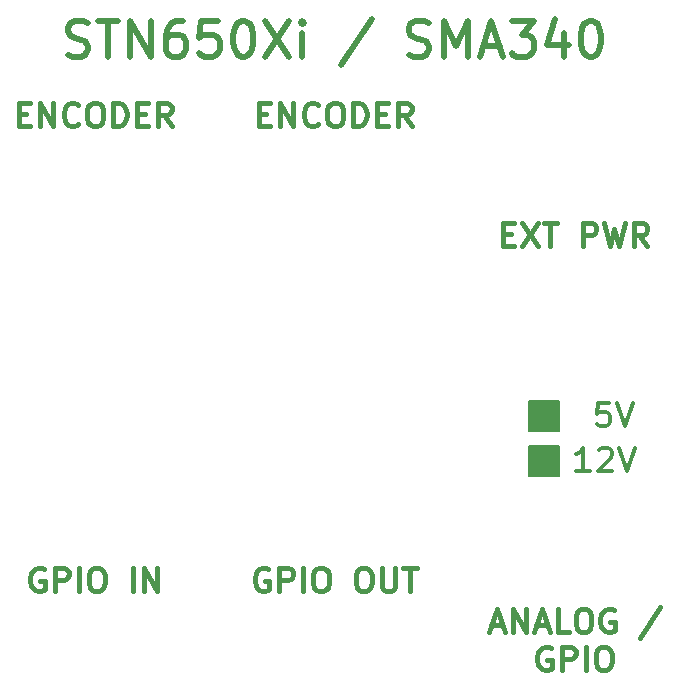
<source format=gto>
G04 #@! TF.GenerationSoftware,KiCad,Pcbnew,(6.0.9-0)*
G04 #@! TF.CreationDate,2023-02-07T08:37:18+01:00*
G04 #@! TF.ProjectId,fp_SDN650Xi_SMA340,66705f53-444e-4363-9530-58695f534d41,A*
G04 #@! TF.SameCoordinates,Original*
G04 #@! TF.FileFunction,Legend,Top*
G04 #@! TF.FilePolarity,Positive*
%FSLAX46Y46*%
G04 Gerber Fmt 4.6, Leading zero omitted, Abs format (unit mm)*
G04 Created by KiCad (PCBNEW (6.0.9-0)) date 2023-02-07 08:37:18*
%MOMM*%
%LPD*%
G01*
G04 APERTURE LIST*
%ADD10C,0.150000*%
%ADD11C,0.300000*%
%ADD12C,0.400000*%
%ADD13C,0.500000*%
%ADD14C,5.600000*%
%ADD15C,5.000000*%
G04 APERTURE END LIST*
D10*
X107950000Y-79235000D02*
X110490000Y-79235000D01*
X110490000Y-79235000D02*
X110490000Y-81775000D01*
X110490000Y-81775000D02*
X107950000Y-81775000D01*
X107950000Y-81775000D02*
X107950000Y-79235000D01*
G36*
X107950000Y-79235000D02*
G01*
X110490000Y-79235000D01*
X110490000Y-81775000D01*
X107950000Y-81775000D01*
X107950000Y-79235000D01*
G37*
X107950000Y-83045000D02*
X110490000Y-83045000D01*
X110490000Y-83045000D02*
X110490000Y-85585000D01*
X110490000Y-85585000D02*
X107950000Y-85585000D01*
X107950000Y-85585000D02*
X107950000Y-83045000D01*
G36*
X107950000Y-83045000D02*
G01*
X110490000Y-83045000D01*
X110490000Y-85585000D01*
X107950000Y-85585000D01*
X107950000Y-83045000D01*
G37*
D11*
X114680952Y-79409761D02*
X113728571Y-79409761D01*
X113633333Y-80362142D01*
X113728571Y-80266904D01*
X113919047Y-80171666D01*
X114395238Y-80171666D01*
X114585714Y-80266904D01*
X114680952Y-80362142D01*
X114776190Y-80552619D01*
X114776190Y-81028809D01*
X114680952Y-81219285D01*
X114585714Y-81314523D01*
X114395238Y-81409761D01*
X113919047Y-81409761D01*
X113728571Y-81314523D01*
X113633333Y-81219285D01*
X115347619Y-79409761D02*
X116014285Y-81409761D01*
X116680952Y-79409761D01*
D12*
X105712380Y-65122142D02*
X106379047Y-65122142D01*
X106664761Y-66169761D02*
X105712380Y-66169761D01*
X105712380Y-64169761D01*
X106664761Y-64169761D01*
X107331428Y-64169761D02*
X108664761Y-66169761D01*
X108664761Y-64169761D02*
X107331428Y-66169761D01*
X109140952Y-64169761D02*
X110283809Y-64169761D01*
X109712380Y-66169761D02*
X109712380Y-64169761D01*
X112474285Y-66169761D02*
X112474285Y-64169761D01*
X113236190Y-64169761D01*
X113426666Y-64265000D01*
X113521904Y-64360238D01*
X113617142Y-64550714D01*
X113617142Y-64836428D01*
X113521904Y-65026904D01*
X113426666Y-65122142D01*
X113236190Y-65217380D01*
X112474285Y-65217380D01*
X114283809Y-64169761D02*
X114760000Y-66169761D01*
X115140952Y-64741190D01*
X115521904Y-66169761D01*
X115998095Y-64169761D01*
X117902857Y-66169761D02*
X117236190Y-65217380D01*
X116760000Y-66169761D02*
X116760000Y-64169761D01*
X117521904Y-64169761D01*
X117712380Y-64265000D01*
X117807619Y-64360238D01*
X117902857Y-64550714D01*
X117902857Y-64836428D01*
X117807619Y-65026904D01*
X117712380Y-65122142D01*
X117521904Y-65217380D01*
X116760000Y-65217380D01*
X85820952Y-93475000D02*
X85630476Y-93379761D01*
X85344761Y-93379761D01*
X85059047Y-93475000D01*
X84868571Y-93665476D01*
X84773333Y-93855952D01*
X84678095Y-94236904D01*
X84678095Y-94522619D01*
X84773333Y-94903571D01*
X84868571Y-95094047D01*
X85059047Y-95284523D01*
X85344761Y-95379761D01*
X85535238Y-95379761D01*
X85820952Y-95284523D01*
X85916190Y-95189285D01*
X85916190Y-94522619D01*
X85535238Y-94522619D01*
X86773333Y-95379761D02*
X86773333Y-93379761D01*
X87535238Y-93379761D01*
X87725714Y-93475000D01*
X87820952Y-93570238D01*
X87916190Y-93760714D01*
X87916190Y-94046428D01*
X87820952Y-94236904D01*
X87725714Y-94332142D01*
X87535238Y-94427380D01*
X86773333Y-94427380D01*
X88773333Y-95379761D02*
X88773333Y-93379761D01*
X90106666Y-93379761D02*
X90487619Y-93379761D01*
X90678095Y-93475000D01*
X90868571Y-93665476D01*
X90963809Y-94046428D01*
X90963809Y-94713095D01*
X90868571Y-95094047D01*
X90678095Y-95284523D01*
X90487619Y-95379761D01*
X90106666Y-95379761D01*
X89916190Y-95284523D01*
X89725714Y-95094047D01*
X89630476Y-94713095D01*
X89630476Y-94046428D01*
X89725714Y-93665476D01*
X89916190Y-93475000D01*
X90106666Y-93379761D01*
X93725714Y-93379761D02*
X94106666Y-93379761D01*
X94297142Y-93475000D01*
X94487619Y-93665476D01*
X94582857Y-94046428D01*
X94582857Y-94713095D01*
X94487619Y-95094047D01*
X94297142Y-95284523D01*
X94106666Y-95379761D01*
X93725714Y-95379761D01*
X93535238Y-95284523D01*
X93344761Y-95094047D01*
X93249523Y-94713095D01*
X93249523Y-94046428D01*
X93344761Y-93665476D01*
X93535238Y-93475000D01*
X93725714Y-93379761D01*
X95440000Y-93379761D02*
X95440000Y-94998809D01*
X95535238Y-95189285D01*
X95630476Y-95284523D01*
X95820952Y-95379761D01*
X96201904Y-95379761D01*
X96392380Y-95284523D01*
X96487619Y-95189285D01*
X96582857Y-94998809D01*
X96582857Y-93379761D01*
X97249523Y-93379761D02*
X98392380Y-93379761D01*
X97820952Y-95379761D02*
X97820952Y-93379761D01*
X104712380Y-98278333D02*
X105664761Y-98278333D01*
X104521904Y-98849761D02*
X105188571Y-96849761D01*
X105855238Y-98849761D01*
X106521904Y-98849761D02*
X106521904Y-96849761D01*
X107664761Y-98849761D01*
X107664761Y-96849761D01*
X108521904Y-98278333D02*
X109474285Y-98278333D01*
X108331428Y-98849761D02*
X108998095Y-96849761D01*
X109664761Y-98849761D01*
X111283809Y-98849761D02*
X110331428Y-98849761D01*
X110331428Y-96849761D01*
X112331428Y-96849761D02*
X112712380Y-96849761D01*
X112902857Y-96945000D01*
X113093333Y-97135476D01*
X113188571Y-97516428D01*
X113188571Y-98183095D01*
X113093333Y-98564047D01*
X112902857Y-98754523D01*
X112712380Y-98849761D01*
X112331428Y-98849761D01*
X112140952Y-98754523D01*
X111950476Y-98564047D01*
X111855238Y-98183095D01*
X111855238Y-97516428D01*
X111950476Y-97135476D01*
X112140952Y-96945000D01*
X112331428Y-96849761D01*
X115093333Y-96945000D02*
X114902857Y-96849761D01*
X114617142Y-96849761D01*
X114331428Y-96945000D01*
X114140952Y-97135476D01*
X114045714Y-97325952D01*
X113950476Y-97706904D01*
X113950476Y-97992619D01*
X114045714Y-98373571D01*
X114140952Y-98564047D01*
X114331428Y-98754523D01*
X114617142Y-98849761D01*
X114807619Y-98849761D01*
X115093333Y-98754523D01*
X115188571Y-98659285D01*
X115188571Y-97992619D01*
X114807619Y-97992619D01*
X118998095Y-96754523D02*
X117283809Y-99325952D01*
X109760000Y-100165000D02*
X109569523Y-100069761D01*
X109283809Y-100069761D01*
X108998095Y-100165000D01*
X108807619Y-100355476D01*
X108712380Y-100545952D01*
X108617142Y-100926904D01*
X108617142Y-101212619D01*
X108712380Y-101593571D01*
X108807619Y-101784047D01*
X108998095Y-101974523D01*
X109283809Y-102069761D01*
X109474285Y-102069761D01*
X109760000Y-101974523D01*
X109855238Y-101879285D01*
X109855238Y-101212619D01*
X109474285Y-101212619D01*
X110712380Y-102069761D02*
X110712380Y-100069761D01*
X111474285Y-100069761D01*
X111664761Y-100165000D01*
X111760000Y-100260238D01*
X111855238Y-100450714D01*
X111855238Y-100736428D01*
X111760000Y-100926904D01*
X111664761Y-101022142D01*
X111474285Y-101117380D01*
X110712380Y-101117380D01*
X112712380Y-102069761D02*
X112712380Y-100069761D01*
X114045714Y-100069761D02*
X114426666Y-100069761D01*
X114617142Y-100165000D01*
X114807619Y-100355476D01*
X114902857Y-100736428D01*
X114902857Y-101403095D01*
X114807619Y-101784047D01*
X114617142Y-101974523D01*
X114426666Y-102069761D01*
X114045714Y-102069761D01*
X113855238Y-101974523D01*
X113664761Y-101784047D01*
X113569523Y-101403095D01*
X113569523Y-100736428D01*
X113664761Y-100355476D01*
X113855238Y-100165000D01*
X114045714Y-100069761D01*
D13*
X68868571Y-49969285D02*
X69297142Y-50112142D01*
X70011428Y-50112142D01*
X70297142Y-49969285D01*
X70440000Y-49826428D01*
X70582857Y-49540714D01*
X70582857Y-49255000D01*
X70440000Y-48969285D01*
X70297142Y-48826428D01*
X70011428Y-48683571D01*
X69440000Y-48540714D01*
X69154285Y-48397857D01*
X69011428Y-48255000D01*
X68868571Y-47969285D01*
X68868571Y-47683571D01*
X69011428Y-47397857D01*
X69154285Y-47255000D01*
X69440000Y-47112142D01*
X70154285Y-47112142D01*
X70582857Y-47255000D01*
X71440000Y-47112142D02*
X73154285Y-47112142D01*
X72297142Y-50112142D02*
X72297142Y-47112142D01*
X74154285Y-50112142D02*
X74154285Y-47112142D01*
X75868571Y-50112142D01*
X75868571Y-47112142D01*
X78582857Y-47112142D02*
X78011428Y-47112142D01*
X77725714Y-47255000D01*
X77582857Y-47397857D01*
X77297142Y-47826428D01*
X77154285Y-48397857D01*
X77154285Y-49540714D01*
X77297142Y-49826428D01*
X77439999Y-49969285D01*
X77725714Y-50112142D01*
X78297142Y-50112142D01*
X78582857Y-49969285D01*
X78725714Y-49826428D01*
X78868571Y-49540714D01*
X78868571Y-48826428D01*
X78725714Y-48540714D01*
X78582857Y-48397857D01*
X78297142Y-48255000D01*
X77725714Y-48255000D01*
X77439999Y-48397857D01*
X77297142Y-48540714D01*
X77154285Y-48826428D01*
X81582857Y-47112142D02*
X80154285Y-47112142D01*
X80011428Y-48540714D01*
X80154285Y-48397857D01*
X80439999Y-48255000D01*
X81154285Y-48255000D01*
X81439999Y-48397857D01*
X81582857Y-48540714D01*
X81725714Y-48826428D01*
X81725714Y-49540714D01*
X81582857Y-49826428D01*
X81439999Y-49969285D01*
X81154285Y-50112142D01*
X80439999Y-50112142D01*
X80154285Y-49969285D01*
X80011428Y-49826428D01*
X83582857Y-47112142D02*
X83868571Y-47112142D01*
X84154285Y-47255000D01*
X84297142Y-47397857D01*
X84439999Y-47683571D01*
X84582857Y-48255000D01*
X84582857Y-48969285D01*
X84439999Y-49540714D01*
X84297142Y-49826428D01*
X84154285Y-49969285D01*
X83868571Y-50112142D01*
X83582857Y-50112142D01*
X83297142Y-49969285D01*
X83154285Y-49826428D01*
X83011428Y-49540714D01*
X82868571Y-48969285D01*
X82868571Y-48255000D01*
X83011428Y-47683571D01*
X83154285Y-47397857D01*
X83297142Y-47255000D01*
X83582857Y-47112142D01*
X85582857Y-47112142D02*
X87582857Y-50112142D01*
X87582857Y-47112142D02*
X85582857Y-50112142D01*
X88725714Y-50112142D02*
X88725714Y-48112142D01*
X88725714Y-47112142D02*
X88582857Y-47255000D01*
X88725714Y-47397857D01*
X88868571Y-47255000D01*
X88725714Y-47112142D01*
X88725714Y-47397857D01*
X94582857Y-46969285D02*
X92011428Y-50826428D01*
X97725714Y-49969285D02*
X98154285Y-50112142D01*
X98868571Y-50112142D01*
X99154285Y-49969285D01*
X99297142Y-49826428D01*
X99439999Y-49540714D01*
X99439999Y-49255000D01*
X99297142Y-48969285D01*
X99154285Y-48826428D01*
X98868571Y-48683571D01*
X98297142Y-48540714D01*
X98011428Y-48397857D01*
X97868571Y-48255000D01*
X97725714Y-47969285D01*
X97725714Y-47683571D01*
X97868571Y-47397857D01*
X98011428Y-47255000D01*
X98297142Y-47112142D01*
X99011428Y-47112142D01*
X99439999Y-47255000D01*
X100725714Y-50112142D02*
X100725714Y-47112142D01*
X101725714Y-49255000D01*
X102725714Y-47112142D01*
X102725714Y-50112142D01*
X104011428Y-49255000D02*
X105439999Y-49255000D01*
X103725714Y-50112142D02*
X104725714Y-47112142D01*
X105725714Y-50112142D01*
X106439999Y-47112142D02*
X108297142Y-47112142D01*
X107297142Y-48255000D01*
X107725714Y-48255000D01*
X108011428Y-48397857D01*
X108154285Y-48540714D01*
X108297142Y-48826428D01*
X108297142Y-49540714D01*
X108154285Y-49826428D01*
X108011428Y-49969285D01*
X107725714Y-50112142D01*
X106868571Y-50112142D01*
X106582857Y-49969285D01*
X106439999Y-49826428D01*
X110868571Y-48112142D02*
X110868571Y-50112142D01*
X110154285Y-46969285D02*
X109440000Y-49112142D01*
X111297142Y-49112142D01*
X113011428Y-47112142D02*
X113297142Y-47112142D01*
X113582857Y-47255000D01*
X113725714Y-47397857D01*
X113868571Y-47683571D01*
X114011428Y-48255000D01*
X114011428Y-48969285D01*
X113868571Y-49540714D01*
X113725714Y-49826428D01*
X113582857Y-49969285D01*
X113297142Y-50112142D01*
X113011428Y-50112142D01*
X112725714Y-49969285D01*
X112582857Y-49826428D01*
X112440000Y-49540714D01*
X112297142Y-48969285D01*
X112297142Y-48255000D01*
X112440000Y-47683571D01*
X112582857Y-47397857D01*
X112725714Y-47255000D01*
X113011428Y-47112142D01*
D12*
X85011428Y-54962142D02*
X85678095Y-54962142D01*
X85963809Y-56009761D02*
X85011428Y-56009761D01*
X85011428Y-54009761D01*
X85963809Y-54009761D01*
X86820952Y-56009761D02*
X86820952Y-54009761D01*
X87963809Y-56009761D01*
X87963809Y-54009761D01*
X90059047Y-55819285D02*
X89963809Y-55914523D01*
X89678095Y-56009761D01*
X89487619Y-56009761D01*
X89201904Y-55914523D01*
X89011428Y-55724047D01*
X88916190Y-55533571D01*
X88820952Y-55152619D01*
X88820952Y-54866904D01*
X88916190Y-54485952D01*
X89011428Y-54295476D01*
X89201904Y-54105000D01*
X89487619Y-54009761D01*
X89678095Y-54009761D01*
X89963809Y-54105000D01*
X90059047Y-54200238D01*
X91297142Y-54009761D02*
X91678095Y-54009761D01*
X91868571Y-54105000D01*
X92059047Y-54295476D01*
X92154285Y-54676428D01*
X92154285Y-55343095D01*
X92059047Y-55724047D01*
X91868571Y-55914523D01*
X91678095Y-56009761D01*
X91297142Y-56009761D01*
X91106666Y-55914523D01*
X90916190Y-55724047D01*
X90820952Y-55343095D01*
X90820952Y-54676428D01*
X90916190Y-54295476D01*
X91106666Y-54105000D01*
X91297142Y-54009761D01*
X93011428Y-56009761D02*
X93011428Y-54009761D01*
X93487619Y-54009761D01*
X93773333Y-54105000D01*
X93963809Y-54295476D01*
X94059047Y-54485952D01*
X94154285Y-54866904D01*
X94154285Y-55152619D01*
X94059047Y-55533571D01*
X93963809Y-55724047D01*
X93773333Y-55914523D01*
X93487619Y-56009761D01*
X93011428Y-56009761D01*
X95011428Y-54962142D02*
X95678095Y-54962142D01*
X95963809Y-56009761D02*
X95011428Y-56009761D01*
X95011428Y-54009761D01*
X95963809Y-54009761D01*
X97963809Y-56009761D02*
X97297142Y-55057380D01*
X96820952Y-56009761D02*
X96820952Y-54009761D01*
X97582857Y-54009761D01*
X97773333Y-54105000D01*
X97868571Y-54200238D01*
X97963809Y-54390714D01*
X97963809Y-54676428D01*
X97868571Y-54866904D01*
X97773333Y-54962142D01*
X97582857Y-55057380D01*
X96820952Y-55057380D01*
X66834285Y-93475000D02*
X66643809Y-93379761D01*
X66358095Y-93379761D01*
X66072380Y-93475000D01*
X65881904Y-93665476D01*
X65786666Y-93855952D01*
X65691428Y-94236904D01*
X65691428Y-94522619D01*
X65786666Y-94903571D01*
X65881904Y-95094047D01*
X66072380Y-95284523D01*
X66358095Y-95379761D01*
X66548571Y-95379761D01*
X66834285Y-95284523D01*
X66929523Y-95189285D01*
X66929523Y-94522619D01*
X66548571Y-94522619D01*
X67786666Y-95379761D02*
X67786666Y-93379761D01*
X68548571Y-93379761D01*
X68739047Y-93475000D01*
X68834285Y-93570238D01*
X68929523Y-93760714D01*
X68929523Y-94046428D01*
X68834285Y-94236904D01*
X68739047Y-94332142D01*
X68548571Y-94427380D01*
X67786666Y-94427380D01*
X69786666Y-95379761D02*
X69786666Y-93379761D01*
X71120000Y-93379761D02*
X71500952Y-93379761D01*
X71691428Y-93475000D01*
X71881904Y-93665476D01*
X71977142Y-94046428D01*
X71977142Y-94713095D01*
X71881904Y-95094047D01*
X71691428Y-95284523D01*
X71500952Y-95379761D01*
X71120000Y-95379761D01*
X70929523Y-95284523D01*
X70739047Y-95094047D01*
X70643809Y-94713095D01*
X70643809Y-94046428D01*
X70739047Y-93665476D01*
X70929523Y-93475000D01*
X71120000Y-93379761D01*
X74358095Y-95379761D02*
X74358095Y-93379761D01*
X75310476Y-95379761D02*
X75310476Y-93379761D01*
X76453333Y-95379761D01*
X76453333Y-93379761D01*
X64691428Y-54962142D02*
X65358095Y-54962142D01*
X65643809Y-56009761D02*
X64691428Y-56009761D01*
X64691428Y-54009761D01*
X65643809Y-54009761D01*
X66500952Y-56009761D02*
X66500952Y-54009761D01*
X67643809Y-56009761D01*
X67643809Y-54009761D01*
X69739047Y-55819285D02*
X69643809Y-55914523D01*
X69358095Y-56009761D01*
X69167619Y-56009761D01*
X68881904Y-55914523D01*
X68691428Y-55724047D01*
X68596190Y-55533571D01*
X68500952Y-55152619D01*
X68500952Y-54866904D01*
X68596190Y-54485952D01*
X68691428Y-54295476D01*
X68881904Y-54105000D01*
X69167619Y-54009761D01*
X69358095Y-54009761D01*
X69643809Y-54105000D01*
X69739047Y-54200238D01*
X70977142Y-54009761D02*
X71358095Y-54009761D01*
X71548571Y-54105000D01*
X71739047Y-54295476D01*
X71834285Y-54676428D01*
X71834285Y-55343095D01*
X71739047Y-55724047D01*
X71548571Y-55914523D01*
X71358095Y-56009761D01*
X70977142Y-56009761D01*
X70786666Y-55914523D01*
X70596190Y-55724047D01*
X70500952Y-55343095D01*
X70500952Y-54676428D01*
X70596190Y-54295476D01*
X70786666Y-54105000D01*
X70977142Y-54009761D01*
X72691428Y-56009761D02*
X72691428Y-54009761D01*
X73167619Y-54009761D01*
X73453333Y-54105000D01*
X73643809Y-54295476D01*
X73739047Y-54485952D01*
X73834285Y-54866904D01*
X73834285Y-55152619D01*
X73739047Y-55533571D01*
X73643809Y-55724047D01*
X73453333Y-55914523D01*
X73167619Y-56009761D01*
X72691428Y-56009761D01*
X74691428Y-54962142D02*
X75358095Y-54962142D01*
X75643809Y-56009761D02*
X74691428Y-56009761D01*
X74691428Y-54009761D01*
X75643809Y-54009761D01*
X77643809Y-56009761D02*
X76977142Y-55057380D01*
X76500952Y-56009761D02*
X76500952Y-54009761D01*
X77262857Y-54009761D01*
X77453333Y-54105000D01*
X77548571Y-54200238D01*
X77643809Y-54390714D01*
X77643809Y-54676428D01*
X77548571Y-54866904D01*
X77453333Y-54962142D01*
X77262857Y-55057380D01*
X76500952Y-55057380D01*
D11*
X113061904Y-85219761D02*
X111919047Y-85219761D01*
X112490476Y-85219761D02*
X112490476Y-83219761D01*
X112300000Y-83505476D01*
X112109523Y-83695952D01*
X111919047Y-83791190D01*
X113823809Y-83410238D02*
X113919047Y-83315000D01*
X114109523Y-83219761D01*
X114585714Y-83219761D01*
X114776190Y-83315000D01*
X114871428Y-83410238D01*
X114966666Y-83600714D01*
X114966666Y-83791190D01*
X114871428Y-84076904D01*
X113728571Y-85219761D01*
X114966666Y-85219761D01*
X115538095Y-83219761D02*
X116204761Y-85219761D01*
X116871428Y-83219761D01*
%LPC*%
D14*
X114300000Y-42115000D03*
D15*
X71120000Y-85385000D03*
X71120000Y-60385000D03*
X91440000Y-147185000D03*
X91440000Y-100185000D03*
X91440000Y-85385000D03*
X91440000Y-60385000D03*
X71120000Y-147185000D03*
X71120000Y-100185000D03*
X111760000Y-107085000D03*
X111760000Y-140285000D03*
D14*
X68580000Y-164615000D03*
X68580000Y-42115000D03*
X114300000Y-164615000D03*
M02*

</source>
